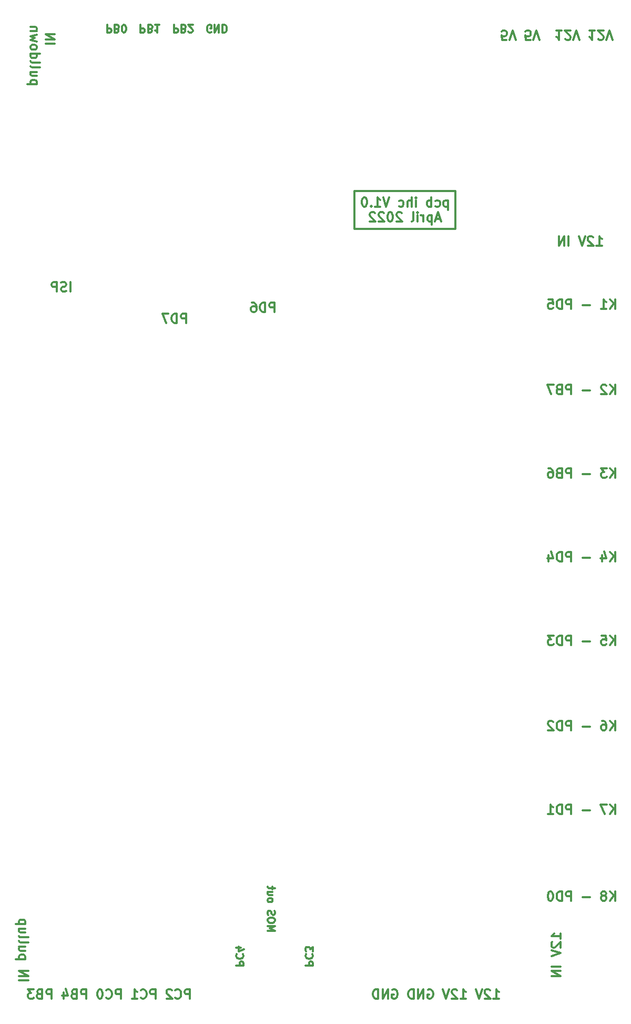
<source format=gbr>
G04 #@! TF.GenerationSoftware,KiCad,Pcbnew,(6.0.4)*
G04 #@! TF.CreationDate,2022-04-09T08:52:06+02:00*
G04 #@! TF.ProjectId,pcb-ihc_kicad,7063622d-6968-4635-9f6b-696361642e6b,rev?*
G04 #@! TF.SameCoordinates,Original*
G04 #@! TF.FileFunction,Other,User*
%FSLAX46Y46*%
G04 Gerber Fmt 4.6, Leading zero omitted, Abs format (unit mm)*
G04 Created by KiCad (PCBNEW (6.0.4)) date 2022-04-09 08:52:06*
%MOMM*%
%LPD*%
G01*
G04 APERTURE LIST*
%ADD10C,0.300000*%
G04 APERTURE END LIST*
D10*
X75124285Y-58844571D02*
X75124285Y-57344571D01*
X74481428Y-58773142D02*
X74267142Y-58844571D01*
X73910000Y-58844571D01*
X73767142Y-58773142D01*
X73695714Y-58701714D01*
X73624285Y-58558857D01*
X73624285Y-58416000D01*
X73695714Y-58273142D01*
X73767142Y-58201714D01*
X73910000Y-58130285D01*
X74195714Y-58058857D01*
X74338571Y-57987428D01*
X74410000Y-57916000D01*
X74481428Y-57773142D01*
X74481428Y-57630285D01*
X74410000Y-57487428D01*
X74338571Y-57416000D01*
X74195714Y-57344571D01*
X73838571Y-57344571D01*
X73624285Y-57416000D01*
X72981428Y-58844571D02*
X72981428Y-57344571D01*
X72410000Y-57344571D01*
X72267142Y-57416000D01*
X72195714Y-57487428D01*
X72124285Y-57630285D01*
X72124285Y-57844571D01*
X72195714Y-57987428D01*
X72267142Y-58058857D01*
X72410000Y-58130285D01*
X72981428Y-58130285D01*
X120904000Y-42672000D02*
X137160000Y-42672000D01*
X137160000Y-42672000D02*
X137160000Y-48768000D01*
X137160000Y-48768000D02*
X120904000Y-48768000D01*
X120904000Y-48768000D02*
X120904000Y-42672000D01*
X71140928Y-19014428D02*
X72640928Y-19014428D01*
X71140928Y-18300142D02*
X72640928Y-18300142D01*
X71140928Y-17443000D01*
X72640928Y-17443000D01*
X69725928Y-25514428D02*
X68225928Y-25514428D01*
X69654500Y-25514428D02*
X69725928Y-25371571D01*
X69725928Y-25085857D01*
X69654500Y-24943000D01*
X69583071Y-24871571D01*
X69440214Y-24800142D01*
X69011642Y-24800142D01*
X68868785Y-24871571D01*
X68797357Y-24943000D01*
X68725928Y-25085857D01*
X68725928Y-25371571D01*
X68797357Y-25514428D01*
X69725928Y-23514428D02*
X68725928Y-23514428D01*
X69725928Y-24157285D02*
X68940214Y-24157285D01*
X68797357Y-24085857D01*
X68725928Y-23943000D01*
X68725928Y-23728714D01*
X68797357Y-23585857D01*
X68868785Y-23514428D01*
X68725928Y-22585857D02*
X68797357Y-22728714D01*
X68940214Y-22800142D01*
X70225928Y-22800142D01*
X68725928Y-21800142D02*
X68797357Y-21943000D01*
X68940214Y-22014428D01*
X70225928Y-22014428D01*
X68725928Y-20585857D02*
X70225928Y-20585857D01*
X68797357Y-20585857D02*
X68725928Y-20728714D01*
X68725928Y-21014428D01*
X68797357Y-21157285D01*
X68868785Y-21228714D01*
X69011642Y-21300142D01*
X69440214Y-21300142D01*
X69583071Y-21228714D01*
X69654500Y-21157285D01*
X69725928Y-21014428D01*
X69725928Y-20728714D01*
X69654500Y-20585857D01*
X68725928Y-19657285D02*
X68797357Y-19800142D01*
X68868785Y-19871571D01*
X69011642Y-19943000D01*
X69440214Y-19943000D01*
X69583071Y-19871571D01*
X69654500Y-19800142D01*
X69725928Y-19657285D01*
X69725928Y-19443000D01*
X69654500Y-19300142D01*
X69583071Y-19228714D01*
X69440214Y-19157285D01*
X69011642Y-19157285D01*
X68868785Y-19228714D01*
X68797357Y-19300142D01*
X68725928Y-19443000D01*
X68725928Y-19657285D01*
X69725928Y-18657285D02*
X68725928Y-18371571D01*
X69440214Y-18085857D01*
X68725928Y-17800142D01*
X69725928Y-17514428D01*
X69725928Y-16943000D02*
X68725928Y-16943000D01*
X69583071Y-16943000D02*
X69654500Y-16871571D01*
X69725928Y-16728714D01*
X69725928Y-16514428D01*
X69654500Y-16371571D01*
X69511642Y-16300142D01*
X68725928Y-16300142D01*
X101819142Y-167347714D02*
X103019142Y-167347714D01*
X103019142Y-166890571D01*
X102962000Y-166776285D01*
X102904857Y-166719142D01*
X102790571Y-166662000D01*
X102619142Y-166662000D01*
X102504857Y-166719142D01*
X102447714Y-166776285D01*
X102390571Y-166890571D01*
X102390571Y-167347714D01*
X101933428Y-165462000D02*
X101876285Y-165519142D01*
X101819142Y-165690571D01*
X101819142Y-165804857D01*
X101876285Y-165976285D01*
X101990571Y-166090571D01*
X102104857Y-166147714D01*
X102333428Y-166204857D01*
X102504857Y-166204857D01*
X102733428Y-166147714D01*
X102847714Y-166090571D01*
X102962000Y-165976285D01*
X103019142Y-165804857D01*
X103019142Y-165690571D01*
X102962000Y-165519142D01*
X102904857Y-165462000D01*
X102619142Y-164433428D02*
X101819142Y-164433428D01*
X103076285Y-164719142D02*
X102219142Y-165004857D01*
X102219142Y-164262000D01*
X94407000Y-172636571D02*
X94407000Y-171136571D01*
X93835571Y-171136571D01*
X93692714Y-171208000D01*
X93621285Y-171279428D01*
X93549857Y-171422285D01*
X93549857Y-171636571D01*
X93621285Y-171779428D01*
X93692714Y-171850857D01*
X93835571Y-171922285D01*
X94407000Y-171922285D01*
X92049857Y-172493714D02*
X92121285Y-172565142D01*
X92335571Y-172636571D01*
X92478428Y-172636571D01*
X92692714Y-172565142D01*
X92835571Y-172422285D01*
X92907000Y-172279428D01*
X92978428Y-171993714D01*
X92978428Y-171779428D01*
X92907000Y-171493714D01*
X92835571Y-171350857D01*
X92692714Y-171208000D01*
X92478428Y-171136571D01*
X92335571Y-171136571D01*
X92121285Y-171208000D01*
X92049857Y-171279428D01*
X91478428Y-171279428D02*
X91407000Y-171208000D01*
X91264142Y-171136571D01*
X90907000Y-171136571D01*
X90764142Y-171208000D01*
X90692714Y-171279428D01*
X90621285Y-171422285D01*
X90621285Y-171565142D01*
X90692714Y-171779428D01*
X91549857Y-172636571D01*
X90621285Y-172636571D01*
X88835571Y-172636571D02*
X88835571Y-171136571D01*
X88264142Y-171136571D01*
X88121285Y-171208000D01*
X88049857Y-171279428D01*
X87978428Y-171422285D01*
X87978428Y-171636571D01*
X88049857Y-171779428D01*
X88121285Y-171850857D01*
X88264142Y-171922285D01*
X88835571Y-171922285D01*
X86478428Y-172493714D02*
X86549857Y-172565142D01*
X86764142Y-172636571D01*
X86907000Y-172636571D01*
X87121285Y-172565142D01*
X87264142Y-172422285D01*
X87335571Y-172279428D01*
X87407000Y-171993714D01*
X87407000Y-171779428D01*
X87335571Y-171493714D01*
X87264142Y-171350857D01*
X87121285Y-171208000D01*
X86907000Y-171136571D01*
X86764142Y-171136571D01*
X86549857Y-171208000D01*
X86478428Y-171279428D01*
X85049857Y-172636571D02*
X85907000Y-172636571D01*
X85478428Y-172636571D02*
X85478428Y-171136571D01*
X85621285Y-171350857D01*
X85764142Y-171493714D01*
X85907000Y-171565142D01*
X83264142Y-172636571D02*
X83264142Y-171136571D01*
X82692714Y-171136571D01*
X82549857Y-171208000D01*
X82478428Y-171279428D01*
X82407000Y-171422285D01*
X82407000Y-171636571D01*
X82478428Y-171779428D01*
X82549857Y-171850857D01*
X82692714Y-171922285D01*
X83264142Y-171922285D01*
X80907000Y-172493714D02*
X80978428Y-172565142D01*
X81192714Y-172636571D01*
X81335571Y-172636571D01*
X81549857Y-172565142D01*
X81692714Y-172422285D01*
X81764142Y-172279428D01*
X81835571Y-171993714D01*
X81835571Y-171779428D01*
X81764142Y-171493714D01*
X81692714Y-171350857D01*
X81549857Y-171208000D01*
X81335571Y-171136571D01*
X81192714Y-171136571D01*
X80978428Y-171208000D01*
X80907000Y-171279428D01*
X79978428Y-171136571D02*
X79835571Y-171136571D01*
X79692714Y-171208000D01*
X79621285Y-171279428D01*
X79549857Y-171422285D01*
X79478428Y-171708000D01*
X79478428Y-172065142D01*
X79549857Y-172350857D01*
X79621285Y-172493714D01*
X79692714Y-172565142D01*
X79835571Y-172636571D01*
X79978428Y-172636571D01*
X80121285Y-172565142D01*
X80192714Y-172493714D01*
X80264142Y-172350857D01*
X80335571Y-172065142D01*
X80335571Y-171708000D01*
X80264142Y-171422285D01*
X80192714Y-171279428D01*
X80121285Y-171208000D01*
X79978428Y-171136571D01*
X77692714Y-172636571D02*
X77692714Y-171136571D01*
X77121285Y-171136571D01*
X76978428Y-171208000D01*
X76907000Y-171279428D01*
X76835571Y-171422285D01*
X76835571Y-171636571D01*
X76907000Y-171779428D01*
X76978428Y-171850857D01*
X77121285Y-171922285D01*
X77692714Y-171922285D01*
X75692714Y-171850857D02*
X75478428Y-171922285D01*
X75407000Y-171993714D01*
X75335571Y-172136571D01*
X75335571Y-172350857D01*
X75407000Y-172493714D01*
X75478428Y-172565142D01*
X75621285Y-172636571D01*
X76192714Y-172636571D01*
X76192714Y-171136571D01*
X75692714Y-171136571D01*
X75549857Y-171208000D01*
X75478428Y-171279428D01*
X75407000Y-171422285D01*
X75407000Y-171565142D01*
X75478428Y-171708000D01*
X75549857Y-171779428D01*
X75692714Y-171850857D01*
X76192714Y-171850857D01*
X74049857Y-171636571D02*
X74049857Y-172636571D01*
X74407000Y-171065142D02*
X74764142Y-172136571D01*
X73835571Y-172136571D01*
X72121285Y-172636571D02*
X72121285Y-171136571D01*
X71549857Y-171136571D01*
X71407000Y-171208000D01*
X71335571Y-171279428D01*
X71264142Y-171422285D01*
X71264142Y-171636571D01*
X71335571Y-171779428D01*
X71407000Y-171850857D01*
X71549857Y-171922285D01*
X72121285Y-171922285D01*
X70121285Y-171850857D02*
X69907000Y-171922285D01*
X69835571Y-171993714D01*
X69764142Y-172136571D01*
X69764142Y-172350857D01*
X69835571Y-172493714D01*
X69907000Y-172565142D01*
X70049857Y-172636571D01*
X70621285Y-172636571D01*
X70621285Y-171136571D01*
X70121285Y-171136571D01*
X69978428Y-171208000D01*
X69907000Y-171279428D01*
X69835571Y-171422285D01*
X69835571Y-171565142D01*
X69907000Y-171708000D01*
X69978428Y-171779428D01*
X70121285Y-171850857D01*
X70621285Y-171850857D01*
X69264142Y-171136571D02*
X68335571Y-171136571D01*
X68835571Y-171708000D01*
X68621285Y-171708000D01*
X68478428Y-171779428D01*
X68407000Y-171850857D01*
X68335571Y-171993714D01*
X68335571Y-172350857D01*
X68407000Y-172493714D01*
X68478428Y-172565142D01*
X68621285Y-172636571D01*
X69049857Y-172636571D01*
X69192714Y-172565142D01*
X69264142Y-172493714D01*
X162872857Y-61638571D02*
X162872857Y-60138571D01*
X162015714Y-61638571D02*
X162658571Y-60781428D01*
X162015714Y-60138571D02*
X162872857Y-60995714D01*
X160587142Y-61638571D02*
X161444285Y-61638571D01*
X161015714Y-61638571D02*
X161015714Y-60138571D01*
X161158571Y-60352857D01*
X161301428Y-60495714D01*
X161444285Y-60567142D01*
X158801428Y-61067142D02*
X157658571Y-61067142D01*
X155801428Y-61638571D02*
X155801428Y-60138571D01*
X155230000Y-60138571D01*
X155087142Y-60210000D01*
X155015714Y-60281428D01*
X154944285Y-60424285D01*
X154944285Y-60638571D01*
X155015714Y-60781428D01*
X155087142Y-60852857D01*
X155230000Y-60924285D01*
X155801428Y-60924285D01*
X154301428Y-61638571D02*
X154301428Y-60138571D01*
X153944285Y-60138571D01*
X153730000Y-60210000D01*
X153587142Y-60352857D01*
X153515714Y-60495714D01*
X153444285Y-60781428D01*
X153444285Y-60995714D01*
X153515714Y-61281428D01*
X153587142Y-61424285D01*
X153730000Y-61567142D01*
X153944285Y-61638571D01*
X154301428Y-61638571D01*
X152087142Y-60138571D02*
X152801428Y-60138571D01*
X152872857Y-60852857D01*
X152801428Y-60781428D01*
X152658571Y-60710000D01*
X152301428Y-60710000D01*
X152158571Y-60781428D01*
X152087142Y-60852857D01*
X152015714Y-60995714D01*
X152015714Y-61352857D01*
X152087142Y-61495714D01*
X152158571Y-61567142D01*
X152301428Y-61638571D01*
X152658571Y-61638571D01*
X152801428Y-61567142D01*
X152872857Y-61495714D01*
X108029142Y-62146571D02*
X108029142Y-60646571D01*
X107457714Y-60646571D01*
X107314857Y-60718000D01*
X107243428Y-60789428D01*
X107172000Y-60932285D01*
X107172000Y-61146571D01*
X107243428Y-61289428D01*
X107314857Y-61360857D01*
X107457714Y-61432285D01*
X108029142Y-61432285D01*
X106529142Y-62146571D02*
X106529142Y-60646571D01*
X106172000Y-60646571D01*
X105957714Y-60718000D01*
X105814857Y-60860857D01*
X105743428Y-61003714D01*
X105672000Y-61289428D01*
X105672000Y-61503714D01*
X105743428Y-61789428D01*
X105814857Y-61932285D01*
X105957714Y-62075142D01*
X106172000Y-62146571D01*
X106529142Y-62146571D01*
X104386285Y-60646571D02*
X104672000Y-60646571D01*
X104814857Y-60718000D01*
X104886285Y-60789428D01*
X105029142Y-61003714D01*
X105100571Y-61289428D01*
X105100571Y-61860857D01*
X105029142Y-62003714D01*
X104957714Y-62075142D01*
X104814857Y-62146571D01*
X104529142Y-62146571D01*
X104386285Y-62075142D01*
X104314857Y-62003714D01*
X104243428Y-61860857D01*
X104243428Y-61503714D01*
X104314857Y-61360857D01*
X104386285Y-61289428D01*
X104529142Y-61218000D01*
X104814857Y-61218000D01*
X104957714Y-61289428D01*
X105029142Y-61360857D01*
X105100571Y-61503714D01*
X162872857Y-156888571D02*
X162872857Y-155388571D01*
X162015714Y-156888571D02*
X162658571Y-156031428D01*
X162015714Y-155388571D02*
X162872857Y-156245714D01*
X161158571Y-156031428D02*
X161301428Y-155960000D01*
X161372857Y-155888571D01*
X161444285Y-155745714D01*
X161444285Y-155674285D01*
X161372857Y-155531428D01*
X161301428Y-155460000D01*
X161158571Y-155388571D01*
X160872857Y-155388571D01*
X160730000Y-155460000D01*
X160658571Y-155531428D01*
X160587142Y-155674285D01*
X160587142Y-155745714D01*
X160658571Y-155888571D01*
X160730000Y-155960000D01*
X160872857Y-156031428D01*
X161158571Y-156031428D01*
X161301428Y-156102857D01*
X161372857Y-156174285D01*
X161444285Y-156317142D01*
X161444285Y-156602857D01*
X161372857Y-156745714D01*
X161301428Y-156817142D01*
X161158571Y-156888571D01*
X160872857Y-156888571D01*
X160730000Y-156817142D01*
X160658571Y-156745714D01*
X160587142Y-156602857D01*
X160587142Y-156317142D01*
X160658571Y-156174285D01*
X160730000Y-156102857D01*
X160872857Y-156031428D01*
X158801428Y-156317142D02*
X157658571Y-156317142D01*
X155801428Y-156888571D02*
X155801428Y-155388571D01*
X155230000Y-155388571D01*
X155087142Y-155460000D01*
X155015714Y-155531428D01*
X154944285Y-155674285D01*
X154944285Y-155888571D01*
X155015714Y-156031428D01*
X155087142Y-156102857D01*
X155230000Y-156174285D01*
X155801428Y-156174285D01*
X154301428Y-156888571D02*
X154301428Y-155388571D01*
X153944285Y-155388571D01*
X153730000Y-155460000D01*
X153587142Y-155602857D01*
X153515714Y-155745714D01*
X153444285Y-156031428D01*
X153444285Y-156245714D01*
X153515714Y-156531428D01*
X153587142Y-156674285D01*
X153730000Y-156817142D01*
X153944285Y-156888571D01*
X154301428Y-156888571D01*
X152515714Y-155388571D02*
X152372857Y-155388571D01*
X152230000Y-155460000D01*
X152158571Y-155531428D01*
X152087142Y-155674285D01*
X152015714Y-155960000D01*
X152015714Y-156317142D01*
X152087142Y-156602857D01*
X152158571Y-156745714D01*
X152230000Y-156817142D01*
X152372857Y-156888571D01*
X152515714Y-156888571D01*
X152658571Y-156817142D01*
X152730000Y-156745714D01*
X152801428Y-156602857D01*
X152872857Y-156317142D01*
X152872857Y-155960000D01*
X152801428Y-155674285D01*
X152730000Y-155531428D01*
X152658571Y-155460000D01*
X152515714Y-155388571D01*
X93805142Y-63924571D02*
X93805142Y-62424571D01*
X93233714Y-62424571D01*
X93090857Y-62496000D01*
X93019428Y-62567428D01*
X92948000Y-62710285D01*
X92948000Y-62924571D01*
X93019428Y-63067428D01*
X93090857Y-63138857D01*
X93233714Y-63210285D01*
X93805142Y-63210285D01*
X92305142Y-63924571D02*
X92305142Y-62424571D01*
X91948000Y-62424571D01*
X91733714Y-62496000D01*
X91590857Y-62638857D01*
X91519428Y-62781714D01*
X91448000Y-63067428D01*
X91448000Y-63281714D01*
X91519428Y-63567428D01*
X91590857Y-63710285D01*
X91733714Y-63853142D01*
X91948000Y-63924571D01*
X92305142Y-63924571D01*
X90948000Y-62424571D02*
X89948000Y-62424571D01*
X90590857Y-63924571D01*
X162872857Y-88816571D02*
X162872857Y-87316571D01*
X162015714Y-88816571D02*
X162658571Y-87959428D01*
X162015714Y-87316571D02*
X162872857Y-88173714D01*
X161515714Y-87316571D02*
X160587142Y-87316571D01*
X161087142Y-87888000D01*
X160872857Y-87888000D01*
X160730000Y-87959428D01*
X160658571Y-88030857D01*
X160587142Y-88173714D01*
X160587142Y-88530857D01*
X160658571Y-88673714D01*
X160730000Y-88745142D01*
X160872857Y-88816571D01*
X161301428Y-88816571D01*
X161444285Y-88745142D01*
X161515714Y-88673714D01*
X158801428Y-88245142D02*
X157658571Y-88245142D01*
X155801428Y-88816571D02*
X155801428Y-87316571D01*
X155230000Y-87316571D01*
X155087142Y-87388000D01*
X155015714Y-87459428D01*
X154944285Y-87602285D01*
X154944285Y-87816571D01*
X155015714Y-87959428D01*
X155087142Y-88030857D01*
X155230000Y-88102285D01*
X155801428Y-88102285D01*
X153801428Y-88030857D02*
X153587142Y-88102285D01*
X153515714Y-88173714D01*
X153444285Y-88316571D01*
X153444285Y-88530857D01*
X153515714Y-88673714D01*
X153587142Y-88745142D01*
X153730000Y-88816571D01*
X154301428Y-88816571D01*
X154301428Y-87316571D01*
X153801428Y-87316571D01*
X153658571Y-87388000D01*
X153587142Y-87459428D01*
X153515714Y-87602285D01*
X153515714Y-87745142D01*
X153587142Y-87888000D01*
X153658571Y-87959428D01*
X153801428Y-88030857D01*
X154301428Y-88030857D01*
X152158571Y-87316571D02*
X152444285Y-87316571D01*
X152587142Y-87388000D01*
X152658571Y-87459428D01*
X152801428Y-87673714D01*
X152872857Y-87959428D01*
X152872857Y-88530857D01*
X152801428Y-88673714D01*
X152730000Y-88745142D01*
X152587142Y-88816571D01*
X152301428Y-88816571D01*
X152158571Y-88745142D01*
X152087142Y-88673714D01*
X152015714Y-88530857D01*
X152015714Y-88173714D01*
X152087142Y-88030857D01*
X152158571Y-87959428D01*
X152301428Y-87888000D01*
X152587142Y-87888000D01*
X152730000Y-87959428D01*
X152801428Y-88030857D01*
X152872857Y-88173714D01*
X81078000Y-15967142D02*
X81078000Y-17167142D01*
X81535142Y-17167142D01*
X81649428Y-17110000D01*
X81706571Y-17052857D01*
X81763714Y-16938571D01*
X81763714Y-16767142D01*
X81706571Y-16652857D01*
X81649428Y-16595714D01*
X81535142Y-16538571D01*
X81078000Y-16538571D01*
X82678000Y-16595714D02*
X82849428Y-16538571D01*
X82906571Y-16481428D01*
X82963714Y-16367142D01*
X82963714Y-16195714D01*
X82906571Y-16081428D01*
X82849428Y-16024285D01*
X82735142Y-15967142D01*
X82278000Y-15967142D01*
X82278000Y-17167142D01*
X82678000Y-17167142D01*
X82792285Y-17110000D01*
X82849428Y-17052857D01*
X82906571Y-16938571D01*
X82906571Y-16824285D01*
X82849428Y-16709999D01*
X82792285Y-16652857D01*
X82678000Y-16595714D01*
X82278000Y-16595714D01*
X83706571Y-17167142D02*
X83820857Y-17167142D01*
X83935142Y-17110000D01*
X83992285Y-17052857D01*
X84049428Y-16938571D01*
X84106571Y-16710000D01*
X84106571Y-16424285D01*
X84049428Y-16195714D01*
X83992285Y-16081428D01*
X83935142Y-16024285D01*
X83820857Y-15967142D01*
X83706571Y-15967142D01*
X83592285Y-16024285D01*
X83535142Y-16081428D01*
X83478000Y-16195714D01*
X83420857Y-16424285D01*
X83420857Y-16710000D01*
X83478000Y-16938571D01*
X83535142Y-17052857D01*
X83592285Y-17110000D01*
X83706571Y-17167142D01*
X86449428Y-15967142D02*
X86449428Y-17167142D01*
X86906571Y-17167142D01*
X87020857Y-17110000D01*
X87078000Y-17052857D01*
X87135142Y-16938571D01*
X87135142Y-16767142D01*
X87078000Y-16652857D01*
X87020857Y-16595714D01*
X86906571Y-16538571D01*
X86449428Y-16538571D01*
X88049428Y-16595714D02*
X88220857Y-16538571D01*
X88278000Y-16481428D01*
X88335142Y-16367142D01*
X88335142Y-16195714D01*
X88278000Y-16081428D01*
X88220857Y-16024285D01*
X88106571Y-15967142D01*
X87649428Y-15967142D01*
X87649428Y-17167142D01*
X88049428Y-17167142D01*
X88163714Y-17110000D01*
X88220857Y-17052857D01*
X88278000Y-16938571D01*
X88278000Y-16824285D01*
X88220857Y-16710000D01*
X88163714Y-16652857D01*
X88049428Y-16595714D01*
X87649428Y-16595714D01*
X89478000Y-15967142D02*
X88792285Y-15967142D01*
X89135142Y-15967142D02*
X89135142Y-17167142D01*
X89020857Y-16995714D01*
X88906571Y-16881428D01*
X88792285Y-16824285D01*
X91820857Y-15967142D02*
X91820857Y-17167142D01*
X92278000Y-17167142D01*
X92392285Y-17110000D01*
X92449428Y-17052857D01*
X92506571Y-16938571D01*
X92506571Y-16767142D01*
X92449428Y-16652857D01*
X92392285Y-16595714D01*
X92278000Y-16538571D01*
X91820857Y-16538571D01*
X93420857Y-16595714D02*
X93592285Y-16538571D01*
X93649428Y-16481428D01*
X93706571Y-16367142D01*
X93706571Y-16195714D01*
X93649428Y-16081428D01*
X93592285Y-16024285D01*
X93478000Y-15967142D01*
X93020857Y-15967142D01*
X93020857Y-17167142D01*
X93420857Y-17167142D01*
X93535142Y-17110000D01*
X93592285Y-17052857D01*
X93649428Y-16938571D01*
X93649428Y-16824285D01*
X93592285Y-16710000D01*
X93535142Y-16652857D01*
X93420857Y-16595714D01*
X93020857Y-16595714D01*
X94163714Y-17052857D02*
X94220857Y-17110000D01*
X94335142Y-17167142D01*
X94620857Y-17167142D01*
X94735142Y-17110000D01*
X94792285Y-17052857D01*
X94849428Y-16938571D01*
X94849428Y-16824285D01*
X94792285Y-16652857D01*
X94106571Y-15967142D01*
X94849428Y-15967142D01*
X97820857Y-17110000D02*
X97706571Y-17167142D01*
X97535142Y-17167142D01*
X97363714Y-17110000D01*
X97249428Y-16995714D01*
X97192285Y-16881428D01*
X97135142Y-16652857D01*
X97135142Y-16481428D01*
X97192285Y-16252857D01*
X97249428Y-16138571D01*
X97363714Y-16024285D01*
X97535142Y-15967142D01*
X97649428Y-15967142D01*
X97820857Y-16024285D01*
X97878000Y-16081428D01*
X97878000Y-16481428D01*
X97649428Y-16481428D01*
X98392285Y-15967142D02*
X98392285Y-17167142D01*
X99078000Y-15967142D01*
X99078000Y-17167142D01*
X99649428Y-15967142D02*
X99649428Y-17167142D01*
X99935142Y-17167142D01*
X100106571Y-17110000D01*
X100220857Y-16995714D01*
X100278000Y-16881428D01*
X100335142Y-16652857D01*
X100335142Y-16481428D01*
X100278000Y-16252857D01*
X100220857Y-16138571D01*
X100106571Y-16024285D01*
X99935142Y-15967142D01*
X99649428Y-15967142D01*
X66885428Y-169703142D02*
X68385428Y-169703142D01*
X66885428Y-168988857D02*
X68385428Y-168988857D01*
X66885428Y-168131714D01*
X68385428Y-168131714D01*
X67885428Y-166274571D02*
X66385428Y-166274571D01*
X67814000Y-166274571D02*
X67885428Y-166131714D01*
X67885428Y-165846000D01*
X67814000Y-165703142D01*
X67742571Y-165631714D01*
X67599714Y-165560285D01*
X67171142Y-165560285D01*
X67028285Y-165631714D01*
X66956857Y-165703142D01*
X66885428Y-165846000D01*
X66885428Y-166131714D01*
X66956857Y-166274571D01*
X67885428Y-164274571D02*
X66885428Y-164274571D01*
X67885428Y-164917428D02*
X67099714Y-164917428D01*
X66956857Y-164846000D01*
X66885428Y-164703142D01*
X66885428Y-164488857D01*
X66956857Y-164346000D01*
X67028285Y-164274571D01*
X66885428Y-163346000D02*
X66956857Y-163488857D01*
X67099714Y-163560285D01*
X68385428Y-163560285D01*
X66885428Y-162560285D02*
X66956857Y-162703142D01*
X67099714Y-162774571D01*
X68385428Y-162774571D01*
X67885428Y-161346000D02*
X66885428Y-161346000D01*
X67885428Y-161988857D02*
X67099714Y-161988857D01*
X66956857Y-161917428D01*
X66885428Y-161774571D01*
X66885428Y-161560285D01*
X66956857Y-161417428D01*
X67028285Y-161346000D01*
X67885428Y-160631714D02*
X66385428Y-160631714D01*
X67814000Y-160631714D02*
X67885428Y-160488857D01*
X67885428Y-160203142D01*
X67814000Y-160060285D01*
X67742571Y-159988857D01*
X67599714Y-159917428D01*
X67171142Y-159917428D01*
X67028285Y-159988857D01*
X66956857Y-160060285D01*
X66885428Y-160203142D01*
X66885428Y-160488857D01*
X66956857Y-160631714D01*
X135924857Y-44191071D02*
X135924857Y-45691071D01*
X135924857Y-44262500D02*
X135782000Y-44191071D01*
X135496285Y-44191071D01*
X135353428Y-44262500D01*
X135282000Y-44333928D01*
X135210571Y-44476785D01*
X135210571Y-44905357D01*
X135282000Y-45048214D01*
X135353428Y-45119642D01*
X135496285Y-45191071D01*
X135782000Y-45191071D01*
X135924857Y-45119642D01*
X133924857Y-45119642D02*
X134067714Y-45191071D01*
X134353428Y-45191071D01*
X134496285Y-45119642D01*
X134567714Y-45048214D01*
X134639142Y-44905357D01*
X134639142Y-44476785D01*
X134567714Y-44333928D01*
X134496285Y-44262500D01*
X134353428Y-44191071D01*
X134067714Y-44191071D01*
X133924857Y-44262500D01*
X133282000Y-45191071D02*
X133282000Y-43691071D01*
X133282000Y-44262500D02*
X133139142Y-44191071D01*
X132853428Y-44191071D01*
X132710571Y-44262500D01*
X132639142Y-44333928D01*
X132567714Y-44476785D01*
X132567714Y-44905357D01*
X132639142Y-45048214D01*
X132710571Y-45119642D01*
X132853428Y-45191071D01*
X133139142Y-45191071D01*
X133282000Y-45119642D01*
X130782000Y-45191071D02*
X130782000Y-44191071D01*
X130782000Y-43691071D02*
X130853428Y-43762500D01*
X130782000Y-43833928D01*
X130710571Y-43762500D01*
X130782000Y-43691071D01*
X130782000Y-43833928D01*
X130067714Y-45191071D02*
X130067714Y-43691071D01*
X129424857Y-45191071D02*
X129424857Y-44405357D01*
X129496285Y-44262500D01*
X129639142Y-44191071D01*
X129853428Y-44191071D01*
X129996285Y-44262500D01*
X130067714Y-44333928D01*
X128067714Y-45119642D02*
X128210571Y-45191071D01*
X128496285Y-45191071D01*
X128639142Y-45119642D01*
X128710571Y-45048214D01*
X128782000Y-44905357D01*
X128782000Y-44476785D01*
X128710571Y-44333928D01*
X128639142Y-44262500D01*
X128496285Y-44191071D01*
X128210571Y-44191071D01*
X128067714Y-44262500D01*
X126496285Y-43691071D02*
X125996285Y-45191071D01*
X125496285Y-43691071D01*
X124210571Y-45191071D02*
X125067714Y-45191071D01*
X124639142Y-45191071D02*
X124639142Y-43691071D01*
X124782000Y-43905357D01*
X124924857Y-44048214D01*
X125067714Y-44119642D01*
X123567714Y-45048214D02*
X123496285Y-45119642D01*
X123567714Y-45191071D01*
X123639142Y-45119642D01*
X123567714Y-45048214D01*
X123567714Y-45191071D01*
X122567714Y-43691071D02*
X122424857Y-43691071D01*
X122282000Y-43762500D01*
X122210571Y-43833928D01*
X122139142Y-43976785D01*
X122067714Y-44262500D01*
X122067714Y-44619642D01*
X122139142Y-44905357D01*
X122210571Y-45048214D01*
X122282000Y-45119642D01*
X122424857Y-45191071D01*
X122567714Y-45191071D01*
X122710571Y-45119642D01*
X122782000Y-45048214D01*
X122853428Y-44905357D01*
X122924857Y-44619642D01*
X122924857Y-44262500D01*
X122853428Y-43976785D01*
X122782000Y-43833928D01*
X122710571Y-43762500D01*
X122567714Y-43691071D01*
X134710571Y-47177500D02*
X133996285Y-47177500D01*
X134853428Y-47606071D02*
X134353428Y-46106071D01*
X133853428Y-47606071D01*
X133353428Y-46606071D02*
X133353428Y-48106071D01*
X133353428Y-46677500D02*
X133210571Y-46606071D01*
X132924857Y-46606071D01*
X132782000Y-46677500D01*
X132710571Y-46748928D01*
X132639142Y-46891785D01*
X132639142Y-47320357D01*
X132710571Y-47463214D01*
X132782000Y-47534642D01*
X132924857Y-47606071D01*
X133210571Y-47606071D01*
X133353428Y-47534642D01*
X131996285Y-47606071D02*
X131996285Y-46606071D01*
X131996285Y-46891785D02*
X131924857Y-46748928D01*
X131853428Y-46677500D01*
X131710571Y-46606071D01*
X131567714Y-46606071D01*
X131067714Y-47606071D02*
X131067714Y-46606071D01*
X131067714Y-46106071D02*
X131139142Y-46177500D01*
X131067714Y-46248928D01*
X130996285Y-46177500D01*
X131067714Y-46106071D01*
X131067714Y-46248928D01*
X130139142Y-47606071D02*
X130282000Y-47534642D01*
X130353428Y-47391785D01*
X130353428Y-46106071D01*
X128496285Y-46248928D02*
X128424857Y-46177500D01*
X128282000Y-46106071D01*
X127924857Y-46106071D01*
X127782000Y-46177500D01*
X127710571Y-46248928D01*
X127639142Y-46391785D01*
X127639142Y-46534642D01*
X127710571Y-46748928D01*
X128567714Y-47606071D01*
X127639142Y-47606071D01*
X126710571Y-46106071D02*
X126567714Y-46106071D01*
X126424857Y-46177500D01*
X126353428Y-46248928D01*
X126282000Y-46391785D01*
X126210571Y-46677500D01*
X126210571Y-47034642D01*
X126282000Y-47320357D01*
X126353428Y-47463214D01*
X126424857Y-47534642D01*
X126567714Y-47606071D01*
X126710571Y-47606071D01*
X126853428Y-47534642D01*
X126924857Y-47463214D01*
X126996285Y-47320357D01*
X127067714Y-47034642D01*
X127067714Y-46677500D01*
X126996285Y-46391785D01*
X126924857Y-46248928D01*
X126853428Y-46177500D01*
X126710571Y-46106071D01*
X125639142Y-46248928D02*
X125567714Y-46177500D01*
X125424857Y-46106071D01*
X125067714Y-46106071D01*
X124924857Y-46177500D01*
X124853428Y-46248928D01*
X124782000Y-46391785D01*
X124782000Y-46534642D01*
X124853428Y-46748928D01*
X125710571Y-47606071D01*
X124782000Y-47606071D01*
X124210571Y-46248928D02*
X124139142Y-46177500D01*
X123996285Y-46106071D01*
X123639142Y-46106071D01*
X123496285Y-46177500D01*
X123424857Y-46248928D01*
X123353428Y-46391785D01*
X123353428Y-46534642D01*
X123424857Y-46748928D01*
X124282000Y-47606071D01*
X123353428Y-47606071D01*
X162872857Y-115740571D02*
X162872857Y-114240571D01*
X162015714Y-115740571D02*
X162658571Y-114883428D01*
X162015714Y-114240571D02*
X162872857Y-115097714D01*
X160658571Y-114240571D02*
X161372857Y-114240571D01*
X161444285Y-114954857D01*
X161372857Y-114883428D01*
X161230000Y-114812000D01*
X160872857Y-114812000D01*
X160730000Y-114883428D01*
X160658571Y-114954857D01*
X160587142Y-115097714D01*
X160587142Y-115454857D01*
X160658571Y-115597714D01*
X160730000Y-115669142D01*
X160872857Y-115740571D01*
X161230000Y-115740571D01*
X161372857Y-115669142D01*
X161444285Y-115597714D01*
X158801428Y-115169142D02*
X157658571Y-115169142D01*
X155801428Y-115740571D02*
X155801428Y-114240571D01*
X155230000Y-114240571D01*
X155087142Y-114312000D01*
X155015714Y-114383428D01*
X154944285Y-114526285D01*
X154944285Y-114740571D01*
X155015714Y-114883428D01*
X155087142Y-114954857D01*
X155230000Y-115026285D01*
X155801428Y-115026285D01*
X154301428Y-115740571D02*
X154301428Y-114240571D01*
X153944285Y-114240571D01*
X153730000Y-114312000D01*
X153587142Y-114454857D01*
X153515714Y-114597714D01*
X153444285Y-114883428D01*
X153444285Y-115097714D01*
X153515714Y-115383428D01*
X153587142Y-115526285D01*
X153730000Y-115669142D01*
X153944285Y-115740571D01*
X154301428Y-115740571D01*
X152944285Y-114240571D02*
X152015714Y-114240571D01*
X152515714Y-114812000D01*
X152301428Y-114812000D01*
X152158571Y-114883428D01*
X152087142Y-114954857D01*
X152015714Y-115097714D01*
X152015714Y-115454857D01*
X152087142Y-115597714D01*
X152158571Y-115669142D01*
X152301428Y-115740571D01*
X152730000Y-115740571D01*
X152872857Y-115669142D01*
X152944285Y-115597714D01*
X145344571Y-18347428D02*
X144630285Y-18347428D01*
X144558857Y-17633142D01*
X144630285Y-17704571D01*
X144773142Y-17776000D01*
X145130285Y-17776000D01*
X145273142Y-17704571D01*
X145344571Y-17633142D01*
X145416000Y-17490285D01*
X145416000Y-17133142D01*
X145344571Y-16990285D01*
X145273142Y-16918857D01*
X145130285Y-16847428D01*
X144773142Y-16847428D01*
X144630285Y-16918857D01*
X144558857Y-16990285D01*
X145844571Y-18347428D02*
X146344571Y-16847428D01*
X146844571Y-18347428D01*
X149201714Y-18347428D02*
X148487428Y-18347428D01*
X148416000Y-17633142D01*
X148487428Y-17704571D01*
X148630285Y-17776000D01*
X148987428Y-17776000D01*
X149130285Y-17704571D01*
X149201714Y-17633142D01*
X149273142Y-17490285D01*
X149273142Y-17133142D01*
X149201714Y-16990285D01*
X149130285Y-16918857D01*
X148987428Y-16847428D01*
X148630285Y-16847428D01*
X148487428Y-16918857D01*
X148416000Y-16990285D01*
X149701714Y-18347428D02*
X150201714Y-16847428D01*
X150701714Y-18347428D01*
X154273142Y-16847428D02*
X153416000Y-16847428D01*
X153844571Y-16847428D02*
X153844571Y-18347428D01*
X153701714Y-18133142D01*
X153558857Y-17990285D01*
X153416000Y-17918857D01*
X154844571Y-18204571D02*
X154916000Y-18276000D01*
X155058857Y-18347428D01*
X155416000Y-18347428D01*
X155558857Y-18276000D01*
X155630285Y-18204571D01*
X155701714Y-18061714D01*
X155701714Y-17918857D01*
X155630285Y-17704571D01*
X154773142Y-16847428D01*
X155701714Y-16847428D01*
X156130285Y-18347428D02*
X156630285Y-16847428D01*
X157130285Y-18347428D01*
X159558857Y-16847428D02*
X158701714Y-16847428D01*
X159130285Y-16847428D02*
X159130285Y-18347428D01*
X158987428Y-18133142D01*
X158844571Y-17990285D01*
X158701714Y-17918857D01*
X160130285Y-18204571D02*
X160201714Y-18276000D01*
X160344571Y-18347428D01*
X160701714Y-18347428D01*
X160844571Y-18276000D01*
X160916000Y-18204571D01*
X160987428Y-18061714D01*
X160987428Y-17918857D01*
X160916000Y-17704571D01*
X160058857Y-16847428D01*
X160987428Y-16847428D01*
X161416000Y-18347428D02*
X161916000Y-16847428D01*
X162416000Y-18347428D01*
X143270714Y-172636571D02*
X144127857Y-172636571D01*
X143699285Y-172636571D02*
X143699285Y-171136571D01*
X143842142Y-171350857D01*
X143985000Y-171493714D01*
X144127857Y-171565142D01*
X142699285Y-171279428D02*
X142627857Y-171208000D01*
X142485000Y-171136571D01*
X142127857Y-171136571D01*
X141985000Y-171208000D01*
X141913571Y-171279428D01*
X141842142Y-171422285D01*
X141842142Y-171565142D01*
X141913571Y-171779428D01*
X142770714Y-172636571D01*
X141842142Y-172636571D01*
X141413571Y-171136571D02*
X140913571Y-172636571D01*
X140413571Y-171136571D01*
X137985000Y-172636571D02*
X138842142Y-172636571D01*
X138413571Y-172636571D02*
X138413571Y-171136571D01*
X138556428Y-171350857D01*
X138699285Y-171493714D01*
X138842142Y-171565142D01*
X137413571Y-171279428D02*
X137342142Y-171208000D01*
X137199285Y-171136571D01*
X136842142Y-171136571D01*
X136699285Y-171208000D01*
X136627857Y-171279428D01*
X136556428Y-171422285D01*
X136556428Y-171565142D01*
X136627857Y-171779428D01*
X137485000Y-172636571D01*
X136556428Y-172636571D01*
X136127857Y-171136571D02*
X135627857Y-172636571D01*
X135127857Y-171136571D01*
X132699285Y-171208000D02*
X132842142Y-171136571D01*
X133056428Y-171136571D01*
X133270714Y-171208000D01*
X133413571Y-171350857D01*
X133485000Y-171493714D01*
X133556428Y-171779428D01*
X133556428Y-171993714D01*
X133485000Y-172279428D01*
X133413571Y-172422285D01*
X133270714Y-172565142D01*
X133056428Y-172636571D01*
X132913571Y-172636571D01*
X132699285Y-172565142D01*
X132627857Y-172493714D01*
X132627857Y-171993714D01*
X132913571Y-171993714D01*
X131985000Y-172636571D02*
X131985000Y-171136571D01*
X131127857Y-172636571D01*
X131127857Y-171136571D01*
X130413571Y-172636571D02*
X130413571Y-171136571D01*
X130056428Y-171136571D01*
X129842142Y-171208000D01*
X129699285Y-171350857D01*
X129627857Y-171493714D01*
X129556428Y-171779428D01*
X129556428Y-171993714D01*
X129627857Y-172279428D01*
X129699285Y-172422285D01*
X129842142Y-172565142D01*
X130056428Y-172636571D01*
X130413571Y-172636571D01*
X126985000Y-171208000D02*
X127127857Y-171136571D01*
X127342142Y-171136571D01*
X127556428Y-171208000D01*
X127699285Y-171350857D01*
X127770714Y-171493714D01*
X127842142Y-171779428D01*
X127842142Y-171993714D01*
X127770714Y-172279428D01*
X127699285Y-172422285D01*
X127556428Y-172565142D01*
X127342142Y-172636571D01*
X127199285Y-172636571D01*
X126985000Y-172565142D01*
X126913571Y-172493714D01*
X126913571Y-171993714D01*
X127199285Y-171993714D01*
X126270714Y-172636571D02*
X126270714Y-171136571D01*
X125413571Y-172636571D01*
X125413571Y-171136571D01*
X124699285Y-172636571D02*
X124699285Y-171136571D01*
X124342142Y-171136571D01*
X124127857Y-171208000D01*
X123985000Y-171350857D01*
X123913571Y-171493714D01*
X123842142Y-171779428D01*
X123842142Y-171993714D01*
X123913571Y-172279428D01*
X123985000Y-172422285D01*
X124127857Y-172565142D01*
X124342142Y-172636571D01*
X124699285Y-172636571D01*
X154094571Y-162965142D02*
X154094571Y-162108000D01*
X154094571Y-162536571D02*
X152594571Y-162536571D01*
X152808857Y-162393714D01*
X152951714Y-162250857D01*
X153023142Y-162108000D01*
X152737428Y-163536571D02*
X152666000Y-163608000D01*
X152594571Y-163750857D01*
X152594571Y-164108000D01*
X152666000Y-164250857D01*
X152737428Y-164322285D01*
X152880285Y-164393714D01*
X153023142Y-164393714D01*
X153237428Y-164322285D01*
X154094571Y-163465142D01*
X154094571Y-164393714D01*
X152594571Y-164822285D02*
X154094571Y-165322285D01*
X152594571Y-165822285D01*
X154094571Y-167465142D02*
X152594571Y-167465142D01*
X154094571Y-168179428D02*
X152594571Y-168179428D01*
X154094571Y-169036571D01*
X152594571Y-169036571D01*
X106899142Y-161727714D02*
X108099142Y-161727714D01*
X107242000Y-161327714D01*
X108099142Y-160927714D01*
X106899142Y-160927714D01*
X108099142Y-160127714D02*
X108099142Y-159899142D01*
X108042000Y-159784857D01*
X107927714Y-159670571D01*
X107699142Y-159613428D01*
X107299142Y-159613428D01*
X107070571Y-159670571D01*
X106956285Y-159784857D01*
X106899142Y-159899142D01*
X106899142Y-160127714D01*
X106956285Y-160242000D01*
X107070571Y-160356285D01*
X107299142Y-160413428D01*
X107699142Y-160413428D01*
X107927714Y-160356285D01*
X108042000Y-160242000D01*
X108099142Y-160127714D01*
X106956285Y-159156285D02*
X106899142Y-158984857D01*
X106899142Y-158699142D01*
X106956285Y-158584857D01*
X107013428Y-158527714D01*
X107127714Y-158470571D01*
X107242000Y-158470571D01*
X107356285Y-158527714D01*
X107413428Y-158584857D01*
X107470571Y-158699142D01*
X107527714Y-158927714D01*
X107584857Y-159042000D01*
X107642000Y-159099142D01*
X107756285Y-159156285D01*
X107870571Y-159156285D01*
X107984857Y-159099142D01*
X108042000Y-159042000D01*
X108099142Y-158927714D01*
X108099142Y-158642000D01*
X108042000Y-158470571D01*
X106899142Y-156870571D02*
X106956285Y-156984857D01*
X107013428Y-157042000D01*
X107127714Y-157099142D01*
X107470571Y-157099142D01*
X107584857Y-157042000D01*
X107642000Y-156984857D01*
X107699142Y-156870571D01*
X107699142Y-156699142D01*
X107642000Y-156584857D01*
X107584857Y-156527714D01*
X107470571Y-156470571D01*
X107127714Y-156470571D01*
X107013428Y-156527714D01*
X106956285Y-156584857D01*
X106899142Y-156699142D01*
X106899142Y-156870571D01*
X107699142Y-155442000D02*
X106899142Y-155442000D01*
X107699142Y-155956285D02*
X107070571Y-155956285D01*
X106956285Y-155899142D01*
X106899142Y-155784857D01*
X106899142Y-155613428D01*
X106956285Y-155499142D01*
X107013428Y-155442000D01*
X107699142Y-155042000D02*
X107699142Y-154584857D01*
X108099142Y-154870571D02*
X107070571Y-154870571D01*
X106956285Y-154813428D01*
X106899142Y-154699142D01*
X106899142Y-154584857D01*
X112995142Y-167347714D02*
X114195142Y-167347714D01*
X114195142Y-166890571D01*
X114138000Y-166776285D01*
X114080857Y-166719142D01*
X113966571Y-166662000D01*
X113795142Y-166662000D01*
X113680857Y-166719142D01*
X113623714Y-166776285D01*
X113566571Y-166890571D01*
X113566571Y-167347714D01*
X113109428Y-165462000D02*
X113052285Y-165519142D01*
X112995142Y-165690571D01*
X112995142Y-165804857D01*
X113052285Y-165976285D01*
X113166571Y-166090571D01*
X113280857Y-166147714D01*
X113509428Y-166204857D01*
X113680857Y-166204857D01*
X113909428Y-166147714D01*
X114023714Y-166090571D01*
X114138000Y-165976285D01*
X114195142Y-165804857D01*
X114195142Y-165690571D01*
X114138000Y-165519142D01*
X114080857Y-165462000D01*
X114195142Y-165062000D02*
X114195142Y-164319142D01*
X113738000Y-164719142D01*
X113738000Y-164547714D01*
X113680857Y-164433428D01*
X113623714Y-164376285D01*
X113509428Y-164319142D01*
X113223714Y-164319142D01*
X113109428Y-164376285D01*
X113052285Y-164433428D01*
X112995142Y-164547714D01*
X112995142Y-164890571D01*
X113052285Y-165004857D01*
X113109428Y-165062000D01*
X159868857Y-51478571D02*
X160726000Y-51478571D01*
X160297428Y-51478571D02*
X160297428Y-49978571D01*
X160440285Y-50192857D01*
X160583142Y-50335714D01*
X160726000Y-50407142D01*
X159297428Y-50121428D02*
X159226000Y-50050000D01*
X159083142Y-49978571D01*
X158726000Y-49978571D01*
X158583142Y-50050000D01*
X158511714Y-50121428D01*
X158440285Y-50264285D01*
X158440285Y-50407142D01*
X158511714Y-50621428D01*
X159368857Y-51478571D01*
X158440285Y-51478571D01*
X158011714Y-49978571D02*
X157511714Y-51478571D01*
X157011714Y-49978571D01*
X155368857Y-51478571D02*
X155368857Y-49978571D01*
X154654571Y-51478571D02*
X154654571Y-49978571D01*
X153797428Y-51478571D01*
X153797428Y-49978571D01*
X162872857Y-142918571D02*
X162872857Y-141418571D01*
X162015714Y-142918571D02*
X162658571Y-142061428D01*
X162015714Y-141418571D02*
X162872857Y-142275714D01*
X161515714Y-141418571D02*
X160515714Y-141418571D01*
X161158571Y-142918571D01*
X158801428Y-142347142D02*
X157658571Y-142347142D01*
X155801428Y-142918571D02*
X155801428Y-141418571D01*
X155230000Y-141418571D01*
X155087142Y-141490000D01*
X155015714Y-141561428D01*
X154944285Y-141704285D01*
X154944285Y-141918571D01*
X155015714Y-142061428D01*
X155087142Y-142132857D01*
X155230000Y-142204285D01*
X155801428Y-142204285D01*
X154301428Y-142918571D02*
X154301428Y-141418571D01*
X153944285Y-141418571D01*
X153730000Y-141490000D01*
X153587142Y-141632857D01*
X153515714Y-141775714D01*
X153444285Y-142061428D01*
X153444285Y-142275714D01*
X153515714Y-142561428D01*
X153587142Y-142704285D01*
X153730000Y-142847142D01*
X153944285Y-142918571D01*
X154301428Y-142918571D01*
X152015714Y-142918571D02*
X152872857Y-142918571D01*
X152444285Y-142918571D02*
X152444285Y-141418571D01*
X152587142Y-141632857D01*
X152730000Y-141775714D01*
X152872857Y-141847142D01*
X162872857Y-102278571D02*
X162872857Y-100778571D01*
X162015714Y-102278571D02*
X162658571Y-101421428D01*
X162015714Y-100778571D02*
X162872857Y-101635714D01*
X160730000Y-101278571D02*
X160730000Y-102278571D01*
X161087142Y-100707142D02*
X161444285Y-101778571D01*
X160515714Y-101778571D01*
X158801428Y-101707142D02*
X157658571Y-101707142D01*
X155801428Y-102278571D02*
X155801428Y-100778571D01*
X155230000Y-100778571D01*
X155087142Y-100850000D01*
X155015714Y-100921428D01*
X154944285Y-101064285D01*
X154944285Y-101278571D01*
X155015714Y-101421428D01*
X155087142Y-101492857D01*
X155230000Y-101564285D01*
X155801428Y-101564285D01*
X154301428Y-102278571D02*
X154301428Y-100778571D01*
X153944285Y-100778571D01*
X153730000Y-100850000D01*
X153587142Y-100992857D01*
X153515714Y-101135714D01*
X153444285Y-101421428D01*
X153444285Y-101635714D01*
X153515714Y-101921428D01*
X153587142Y-102064285D01*
X153730000Y-102207142D01*
X153944285Y-102278571D01*
X154301428Y-102278571D01*
X152158571Y-101278571D02*
X152158571Y-102278571D01*
X152515714Y-100707142D02*
X152872857Y-101778571D01*
X151944285Y-101778571D01*
X162872857Y-75354571D02*
X162872857Y-73854571D01*
X162015714Y-75354571D02*
X162658571Y-74497428D01*
X162015714Y-73854571D02*
X162872857Y-74711714D01*
X161444285Y-73997428D02*
X161372857Y-73926000D01*
X161230000Y-73854571D01*
X160872857Y-73854571D01*
X160730000Y-73926000D01*
X160658571Y-73997428D01*
X160587142Y-74140285D01*
X160587142Y-74283142D01*
X160658571Y-74497428D01*
X161515714Y-75354571D01*
X160587142Y-75354571D01*
X158801428Y-74783142D02*
X157658571Y-74783142D01*
X155801428Y-75354571D02*
X155801428Y-73854571D01*
X155230000Y-73854571D01*
X155087142Y-73926000D01*
X155015714Y-73997428D01*
X154944285Y-74140285D01*
X154944285Y-74354571D01*
X155015714Y-74497428D01*
X155087142Y-74568857D01*
X155230000Y-74640285D01*
X155801428Y-74640285D01*
X153801428Y-74568857D02*
X153587142Y-74640285D01*
X153515714Y-74711714D01*
X153444285Y-74854571D01*
X153444285Y-75068857D01*
X153515714Y-75211714D01*
X153587142Y-75283142D01*
X153730000Y-75354571D01*
X154301428Y-75354571D01*
X154301428Y-73854571D01*
X153801428Y-73854571D01*
X153658571Y-73926000D01*
X153587142Y-73997428D01*
X153515714Y-74140285D01*
X153515714Y-74283142D01*
X153587142Y-74426000D01*
X153658571Y-74497428D01*
X153801428Y-74568857D01*
X154301428Y-74568857D01*
X152944285Y-73854571D02*
X151944285Y-73854571D01*
X152587142Y-75354571D01*
X162872857Y-129456571D02*
X162872857Y-127956571D01*
X162015714Y-129456571D02*
X162658571Y-128599428D01*
X162015714Y-127956571D02*
X162872857Y-128813714D01*
X160730000Y-127956571D02*
X161015714Y-127956571D01*
X161158571Y-128028000D01*
X161230000Y-128099428D01*
X161372857Y-128313714D01*
X161444285Y-128599428D01*
X161444285Y-129170857D01*
X161372857Y-129313714D01*
X161301428Y-129385142D01*
X161158571Y-129456571D01*
X160872857Y-129456571D01*
X160730000Y-129385142D01*
X160658571Y-129313714D01*
X160587142Y-129170857D01*
X160587142Y-128813714D01*
X160658571Y-128670857D01*
X160730000Y-128599428D01*
X160872857Y-128528000D01*
X161158571Y-128528000D01*
X161301428Y-128599428D01*
X161372857Y-128670857D01*
X161444285Y-128813714D01*
X158801428Y-128885142D02*
X157658571Y-128885142D01*
X155801428Y-129456571D02*
X155801428Y-127956571D01*
X155230000Y-127956571D01*
X155087142Y-128028000D01*
X155015714Y-128099428D01*
X154944285Y-128242285D01*
X154944285Y-128456571D01*
X155015714Y-128599428D01*
X155087142Y-128670857D01*
X155230000Y-128742285D01*
X155801428Y-128742285D01*
X154301428Y-129456571D02*
X154301428Y-127956571D01*
X153944285Y-127956571D01*
X153730000Y-128028000D01*
X153587142Y-128170857D01*
X153515714Y-128313714D01*
X153444285Y-128599428D01*
X153444285Y-128813714D01*
X153515714Y-129099428D01*
X153587142Y-129242285D01*
X153730000Y-129385142D01*
X153944285Y-129456571D01*
X154301428Y-129456571D01*
X152872857Y-128099428D02*
X152801428Y-128028000D01*
X152658571Y-127956571D01*
X152301428Y-127956571D01*
X152158571Y-128028000D01*
X152087142Y-128099428D01*
X152015714Y-128242285D01*
X152015714Y-128385142D01*
X152087142Y-128599428D01*
X152944285Y-129456571D01*
X152015714Y-129456571D01*
M02*

</source>
